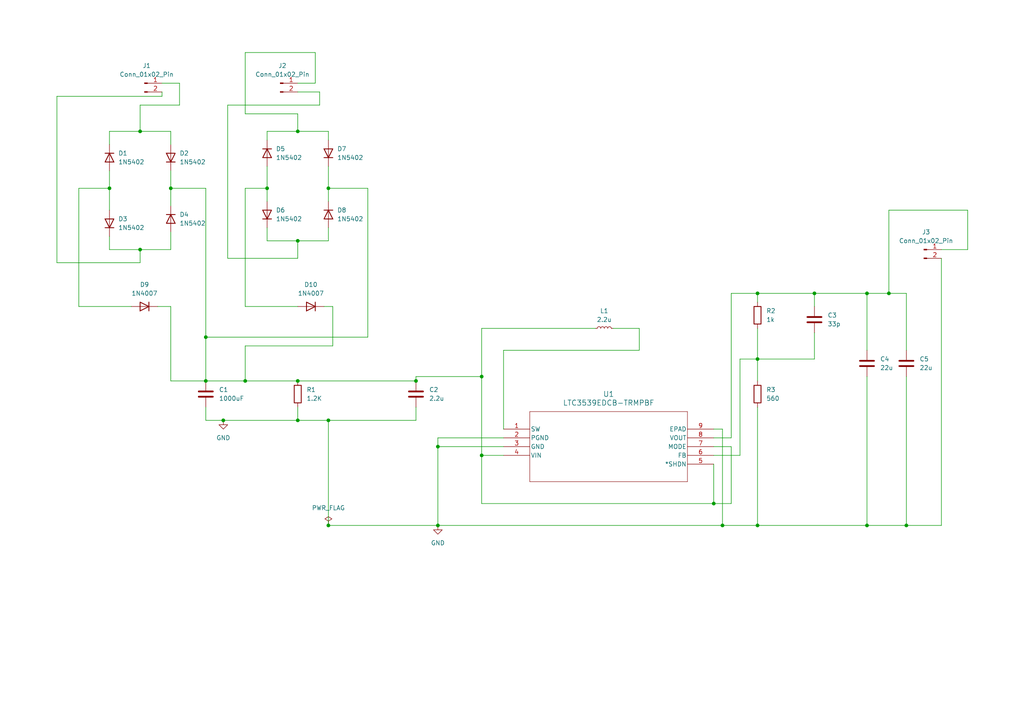
<source format=kicad_sch>
(kicad_sch (version 20231120) (generator "eeschema") (generator_version "8.0")
  (paper "A4")
  (lib_symbols
    (symbol "2024-12-25_02-15-29:LTC3539EDCB-TRMPBF" (pin_names (offset 0.254))
      (property "Reference" "U" (at 30.48 10.16 0))
      (property "Value" "LTC3539EDCB-TRMPBF" (at 30.48 7.62 0))
      (symbol "LTC3539EDCB-TRMPBF_0_1"
        (polyline (pts (xy 7.62 -15.24) (xy 53.34 -15.24)) (stroke (width 0.127)))
        (polyline (pts (xy 7.62 5.08) (xy 7.62 -15.24)) (stroke (width 0.127)))
        (polyline (pts (xy 53.34 -15.24) (xy 53.34 5.08)) (stroke (width 0.127)))
        (polyline (pts (xy 53.34 5.08) (xy 7.62 5.08)) (stroke (width 0.127)))
        (pin unspecified line (at 0 0 0) (length 7.62) (name "SW") (number "1"))
        (pin power_in line (at 0 -2.54 0) (length 7.62) (name "PGND") (number "2"))
        (pin power_in line (at 0 -5.08 0) (length 7.62) (name "GND") (number "3"))
        (pin input line (at 0 -7.62 0) (length 7.62) (name "VIN") (number "4"))
        (pin input line (at 60.96 -10.16 180) (length 7.62) (name "*SHDN") (number "5"))
        (pin input line (at 60.96 -7.62 180) (length 7.62) (name "FB") (number "6"))
        (pin input line (at 60.96 -5.08 180) (length 7.62) (name "MODE") (number "7"))
        (pin output line (at 60.96 -2.54 180) (length 7.62) (name "VOUT") (number "8"))
        (pin unspecified line (at 60.96 0 180) (length 7.62) (name "EPAD") (number "9"))
      )
    )
    (symbol "Connector:Conn_01x02_Pin" (pin_names (offset 1.016) hide)
      (property "Reference" "J" (at 0 2.54 0))
      (property "Value" "Conn_01x02_Pin" (at 0 -5.08 0))
      (symbol "Conn_01x02_Pin_1_1"
        (polyline (pts (xy 1.27 -2.54) (xy 0.8636 -2.54)) (stroke (width 0.1524)))
        (polyline (pts (xy 1.27 0) (xy 0.8636 0)) (stroke (width 0.1524)))
        (rectangle (start 0.8636 -2.413) (end 0 -2.667) (stroke (width 0.1524)) (fill (type outline)))
        (rectangle (start 0.8636 0.127) (end 0 -0.127) (stroke (width 0.1524)) (fill (type outline)))
        (pin passive line (at 5.08 0 180) (length 3.81) (name "Pin_1") (number "1"))
        (pin passive line (at 5.08 -2.54 180) (length 3.81) (name "Pin_2") (number "2"))
      )
    )
    (symbol "Device:C" (pin_numbers hide) (pin_names (offset 0.254))
      (property "Reference" "C" (at 0.635 2.54 0))
      (property "Value" "C" (at 0.635 -2.54 0))
      (symbol "C_0_1"
        (polyline (pts (xy -2.032 -0.762) (xy 2.032 -0.762)) (stroke (width 0.508)))
        (polyline (pts (xy -2.032 0.762) (xy 2.032 0.762)) (stroke (width 0.508)))
      )
      (symbol "C_1_1"
        (pin passive line (at 0 3.81 270) (length 2.794) (name "~") (number "1"))
        (pin passive line (at 0 -3.81 90) (length 2.794) (name "~") (number "2"))
      )
    )
    (symbol "Device:L_Small" (pin_numbers hide) (pin_names (offset 0.254) hide)
      (property "Reference" "L" (at 0.762 1.016 0))
      (property "Value" "L_Small" (at 0.762 -1.016 0))
      (symbol "L_Small_0_1"
        (arc (start 0 -2.032) (mid 0.5058 -1.524) (end 0 -1.016))
        (arc (start 0 -1.016) (mid 0.5058 -0.508) (end 0 0))
        (arc (start 0 0) (mid 0.5058 0.508) (end 0 1.016))
        (arc (start 0 1.016) (mid 0.5058 1.524) (end 0 2.032))
      )
      (symbol "L_Small_1_1"
        (pin passive line (at 0 2.54 270) (length 0.508) (name "~") (number "1"))
        (pin passive line (at 0 -2.54 90) (length 0.508) (name "~") (number "2"))
      )
    )
    (symbol "Device:R" (pin_numbers hide) (pin_names (offset 0))
      (property "Reference" "R" (at 2.032 0 90))
      (property "Value" "R" (at 0 0 90))
      (symbol "R_0_1"
        (rectangle (start -1.016 -2.54) (end 1.016 2.54) (stroke (width 0.254)))
      )
      (symbol "R_1_1"
        (pin passive line (at 0 3.81 270) (length 1.27) (name "~") (number "1"))
        (pin passive line (at 0 -3.81 90) (length 1.27) (name "~") (number "2"))
      )
    )
    (symbol "Diode:1N4007" (pin_numbers hide) (pin_names hide)
      (property "Reference" "D" (at 0 2.54 0))
      (property "Value" "1N4007" (at 0 -2.54 0))
      (symbol "1N4007_0_1"
        (polyline (pts (xy -1.27 1.27) (xy -1.27 -1.27)) (stroke (width 0.254)))
        (polyline (pts (xy 1.27 0) (xy -1.27 0)))
        (polyline (pts (xy 1.27 1.27) (xy 1.27 -1.27) (xy -1.27 0) (xy 1.27 1.27)) (stroke (width 0.254)))
      )
      (symbol "1N4007_1_1"
        (pin passive line (at -3.81 0 0) (length 2.54) (name "K") (number "1"))
        (pin passive line (at 3.81 0 180) (length 2.54) (name "A") (number "2"))
      )
    )
    (symbol "Diode:1N5402" (pin_numbers hide) (pin_names hide)
      (property "Reference" "D" (at 0 2.54 0))
      (property "Value" "1N5402" (at 0 -2.54 0))
      (symbol "1N5402_0_1"
        (polyline (pts (xy -1.27 1.27) (xy -1.27 -1.27)) (stroke (width 0.254)))
        (polyline (pts (xy 1.27 0) (xy -1.27 0)))
        (polyline (pts (xy 1.27 1.27) (xy 1.27 -1.27) (xy -1.27 0) (xy 1.27 1.27)) (stroke (width 0.254)))
      )
      (symbol "1N5402_1_1"
        (pin passive line (at -3.81 0 0) (length 2.54) (name "K") (number "1"))
        (pin passive line (at 3.81 0 180) (length 2.54) (name "A") (number "2"))
      )
    )
    (symbol "power:GND" (power) (pin_numbers hide) (pin_names (offset 0) hide)
      (property "Value" "GND" (at 0 -3.81 0))
      (symbol "GND_0_1"
        (polyline (pts (xy 0 0) (xy 0 -1.27) (xy 1.27 -1.27) (xy 0 -2.54) (xy -1.27 -1.27) (xy 0 -1.27)))
      )
      (symbol "GND_1_1"
        (pin power_in line (at 0 0 270) (length 0) (name "~") (number "1"))
      )
    )
    (symbol "power:PWR_FLAG" (power) (pin_numbers hide) (pin_names (offset 0) hide)
      (property "Value" "PWR_FLAG" (at 0 3.81 0))
      (symbol "PWR_FLAG_0_0"
        (pin power_out line (at 0 0 90) (length 0) (name "~") (number "1"))
      )
      (symbol "PWR_FLAG_0_1"
        (polyline (pts (xy 0 0) (xy 0 1.27) (xy -1.016 1.905) (xy 0 2.54) (xy 1.016 1.905) (xy 0 1.27)))
      )
    )
  )
  (junction (at 219.71 104.14))
  (junction (at 95.25 54.61))
  (junction (at 95.25 152.4))
  (junction (at 120.65 110.49))
  (junction (at 71.12 110.49))
  (junction (at 139.7 109.22))
  (junction (at 139.7 132.08))
  (junction (at 251.46 85.09))
  (junction (at 86.36 110.49))
  (junction (at 127 152.4))
  (junction (at 251.46 152.4))
  (junction (at 59.69 110.49))
  (junction (at 95.25 121.92))
  (junction (at 236.22 85.09))
  (junction (at 31.75 54.61))
  (junction (at 64.77 121.92))
  (junction (at 127 129.54))
  (junction (at 77.47 54.61))
  (junction (at 49.53 54.61))
  (junction (at 257.81 85.09))
  (junction (at 209.55 152.4))
  (junction (at 40.64 72.39))
  (junction (at 40.64 38.1))
  (junction (at 207.01 146.05))
  (junction (at 59.69 97.79))
  (junction (at 86.36 121.92))
  (junction (at 219.71 85.09))
  (junction (at 86.36 38.1))
  (junction (at 219.71 152.4))
  (junction (at 86.36 69.85))
  (junction (at 262.89 152.4))
  (wire (pts (xy 40.64 30.48) (xy 40.64 38.1)))
  (wire (pts (xy 93.98 88.9) (xy 96.52 88.9)))
  (wire (pts (xy 77.47 66.04) (xy 77.47 69.85)))
  (wire (pts (xy 31.75 68.58) (xy 31.75 72.39)))
  (wire (pts (xy 64.77 121.92) (xy 59.69 121.92)))
  (wire (pts (xy 71.12 100.33) (xy 71.12 110.49)))
  (wire (pts (xy 77.47 48.26) (xy 77.47 54.61)))
  (wire (pts (xy 71.12 54.61) (xy 71.12 88.9)))
  (wire (pts (xy 91.44 24.13) (xy 86.36 24.13)))
  (wire (pts (xy 64.77 121.92) (xy 86.36 121.92)))
  (wire (pts (xy 251.46 101.6) (xy 251.46 85.09)))
  (wire (pts (xy 59.69 110.49) (xy 71.12 110.49)))
  (wire (pts (xy 219.71 104.14) (xy 219.71 110.49)))
  (wire (pts (xy 59.69 97.79) (xy 59.69 110.49)))
  (wire (pts (xy 207.01 129.54) (xy 212.09 129.54)))
  (wire (pts (xy 209.55 152.4) (xy 219.71 152.4)))
  (wire (pts (xy 66.04 30.48) (xy 92.71 30.48)))
  (wire (pts (xy 251.46 109.22) (xy 251.46 152.4)))
  (wire (pts (xy 22.86 54.61) (xy 22.86 88.9)))
  (wire (pts (xy 77.47 40.64) (xy 77.47 38.1)))
  (wire (pts (xy 40.64 38.1) (xy 49.53 38.1)))
  (wire (pts (xy 95.25 54.61) (xy 106.68 54.61)))
  (wire (pts (xy 212.09 85.09) (xy 219.71 85.09)))
  (wire (pts (xy 251.46 85.09) (xy 236.22 85.09)))
  (wire (pts (xy 46.99 24.13) (xy 52.07 24.13)))
  (wire (pts (xy 77.47 54.61) (xy 71.12 54.61)))
  (wire (pts (xy 219.71 85.09) (xy 236.22 85.09)))
  (wire (pts (xy 251.46 85.09) (xy 257.81 85.09)))
  (wire (pts (xy 146.05 132.08) (xy 139.7 132.08)))
  (wire (pts (xy 219.71 118.11) (xy 219.71 152.4)))
  (wire (pts (xy 177.8 95.25) (xy 185.42 95.25)))
  (wire (pts (xy 120.65 118.11) (xy 120.65 121.92)))
  (wire (pts (xy 86.36 118.11) (xy 86.36 121.92)))
  (wire (pts (xy 251.46 152.4) (xy 262.89 152.4)))
  (wire (pts (xy 16.51 27.94) (xy 16.51 76.2)))
  (wire (pts (xy 96.52 88.9) (xy 96.52 100.33)))
  (wire (pts (xy 219.71 95.25) (xy 219.71 104.14)))
  (wire (pts (xy 52.07 30.48) (xy 40.64 30.48)))
  (wire (pts (xy 86.36 69.85) (xy 86.36 74.93)))
  (wire (pts (xy 280.67 60.96) (xy 280.67 72.39)))
  (wire (pts (xy 219.71 152.4) (xy 251.46 152.4)))
  (wire (pts (xy 95.25 66.04) (xy 95.25 69.85)))
  (wire (pts (xy 77.47 38.1) (xy 86.36 38.1)))
  (wire (pts (xy 106.68 97.79) (xy 59.69 97.79)))
  (wire (pts (xy 146.05 127) (xy 127 127)))
  (wire (pts (xy 207.01 132.08) (xy 214.63 132.08)))
  (wire (pts (xy 212.09 129.54) (xy 212.09 146.05)))
  (wire (pts (xy 59.69 118.11) (xy 59.69 121.92)))
  (wire (pts (xy 95.25 69.85) (xy 86.36 69.85)))
  (wire (pts (xy 219.71 85.09) (xy 219.71 87.63)))
  (wire (pts (xy 207.01 127) (xy 212.09 127)))
  (wire (pts (xy 59.69 54.61) (xy 59.69 97.79)))
  (wire (pts (xy 71.12 88.9) (xy 86.36 88.9)))
  (wire (pts (xy 71.12 33.02) (xy 86.36 33.02)))
  (wire (pts (xy 66.04 30.48) (xy 66.04 74.93)))
  (wire (pts (xy 262.89 101.6) (xy 262.89 85.09)))
  (wire (pts (xy 120.65 109.22) (xy 120.65 110.49)))
  (wire (pts (xy 96.52 100.33) (xy 71.12 100.33)))
  (wire (pts (xy 257.81 85.09) (xy 262.89 85.09)))
  (wire (pts (xy 95.25 152.4) (xy 127 152.4)))
  (wire (pts (xy 71.12 15.24) (xy 91.44 15.24)))
  (wire (pts (xy 66.04 74.93) (xy 86.36 74.93)))
  (wire (pts (xy 31.75 72.39) (xy 40.64 72.39)))
  (wire (pts (xy 86.36 110.49) (xy 120.65 110.49)))
  (wire (pts (xy 40.64 72.39) (xy 49.53 72.39)))
  (wire (pts (xy 262.89 109.22) (xy 262.89 152.4)))
  (wire (pts (xy 212.09 127) (xy 212.09 85.09)))
  (wire (pts (xy 46.99 26.67) (xy 46.99 27.94)))
  (wire (pts (xy 95.25 121.92) (xy 120.65 121.92)))
  (wire (pts (xy 71.12 15.24) (xy 71.12 33.02)))
  (wire (pts (xy 95.25 38.1) (xy 95.25 40.64)))
  (wire (pts (xy 106.68 54.61) (xy 106.68 97.79)))
  (wire (pts (xy 31.75 41.91) (xy 31.75 38.1)))
  (wire (pts (xy 207.01 146.05) (xy 212.09 146.05)))
  (wire (pts (xy 49.53 54.61) (xy 59.69 54.61)))
  (wire (pts (xy 95.25 54.61) (xy 95.25 58.42)))
  (wire (pts (xy 127 127) (xy 127 129.54)))
  (wire (pts (xy 262.89 152.4) (xy 273.05 152.4)))
  (wire (pts (xy 86.36 121.92) (xy 95.25 121.92)))
  (wire (pts (xy 31.75 38.1) (xy 40.64 38.1)))
  (wire (pts (xy 95.25 121.92) (xy 95.25 152.4)))
  (wire (pts (xy 31.75 54.61) (xy 22.86 54.61)))
  (wire (pts (xy 139.7 132.08) (xy 139.7 109.22)))
  (wire (pts (xy 207.01 124.46) (xy 209.55 124.46)))
  (wire (pts (xy 45.72 88.9) (xy 49.53 88.9)))
  (wire (pts (xy 49.53 49.53) (xy 49.53 54.61)))
  (wire (pts (xy 127 129.54) (xy 127 152.4)))
  (wire (pts (xy 52.07 24.13) (xy 52.07 30.48)))
  (wire (pts (xy 22.86 88.9) (xy 38.1 88.9)))
  (wire (pts (xy 207.01 146.05) (xy 139.7 146.05)))
  (wire (pts (xy 86.36 33.02) (xy 86.36 38.1)))
  (wire (pts (xy 49.53 54.61) (xy 49.53 59.69)))
  (wire (pts (xy 214.63 104.14) (xy 219.71 104.14)))
  (wire (pts (xy 95.25 48.26) (xy 95.25 54.61)))
  (wire (pts (xy 86.36 38.1) (xy 95.25 38.1)))
  (wire (pts (xy 273.05 72.39) (xy 280.67 72.39)))
  (wire (pts (xy 86.36 69.85) (xy 77.47 69.85)))
  (wire (pts (xy 16.51 27.94) (xy 46.99 27.94)))
  (wire (pts (xy 40.64 76.2) (xy 40.64 72.39)))
  (wire (pts (xy 219.71 104.14) (xy 236.22 104.14)))
  (wire (pts (xy 139.7 109.22) (xy 139.7 95.25)))
  (wire (pts (xy 146.05 101.6) (xy 146.05 124.46)))
  (wire (pts (xy 257.81 60.96) (xy 257.81 85.09)))
  (wire (pts (xy 86.36 26.67) (xy 92.71 26.67)))
  (wire (pts (xy 49.53 88.9) (xy 49.53 110.49)))
  (wire (pts (xy 236.22 96.52) (xy 236.22 104.14)))
  (wire (pts (xy 49.53 110.49) (xy 59.69 110.49)))
  (wire (pts (xy 139.7 132.08) (xy 139.7 146.05)))
  (wire (pts (xy 77.47 54.61) (xy 77.47 58.42)))
  (wire (pts (xy 49.53 72.39) (xy 49.53 67.31)))
  (wire (pts (xy 127 129.54) (xy 146.05 129.54)))
  (wire (pts (xy 236.22 88.9) (xy 236.22 85.09)))
  (wire (pts (xy 92.71 26.67) (xy 92.71 30.48)))
  (wire (pts (xy 209.55 124.46) (xy 209.55 152.4)))
  (wire (pts (xy 139.7 95.25) (xy 172.72 95.25)))
  (wire (pts (xy 31.75 49.53) (xy 31.75 54.61)))
  (wire (pts (xy 214.63 132.08) (xy 214.63 104.14)))
  (wire (pts (xy 257.81 60.96) (xy 280.67 60.96)))
  (wire (pts (xy 185.42 101.6) (xy 146.05 101.6)))
  (wire (pts (xy 31.75 54.61) (xy 31.75 60.96)))
  (wire (pts (xy 207.01 134.62) (xy 207.01 146.05)))
  (wire (pts (xy 120.65 109.22) (xy 139.7 109.22)))
  (wire (pts (xy 127 152.4) (xy 209.55 152.4)))
  (wire (pts (xy 49.53 38.1) (xy 49.53 41.91)))
  (wire (pts (xy 185.42 95.25) (xy 185.42 101.6)))
  (wire (pts (xy 91.44 15.24) (xy 91.44 24.13)))
  (wire (pts (xy 273.05 74.93) (xy 273.05 152.4)))
  (wire (pts (xy 16.51 76.2) (xy 40.64 76.2)))
  (wire (pts (xy 71.12 110.49) (xy 86.36 110.49)))
  (symbol (lib_id "Diode:1N5402") (at 49.53 45.72 90) (unit 1)
    (property "Reference" "D2" (at 52.07 44.4499 90) (effects (justify right)))
    (property "Value" "1N5402" (at 52.07 46.9899 90) (effects (justify right)))
    (property "Footprint" "Diode_THT:D_DO-34_SOD68_P7.62mm_Horizontal" (effects (hide yes)))
    (property "Datasheet" "http://www.vishay.com/docs/88516/1n5400.pdf" (effects (hide yes)))
    (property "Description" "200V 3A General Purpose Rectifier Diode, DO-201AD" (effects (hide yes)))
    (property "Sim.Device" "D" (effects (hide yes)))
    (property "Sim.Pins" "1=K 2=A" (effects (hide yes)))
  )
  (symbol (lib_id "Diode:1N5402") (at 49.53 63.5 270) (unit 1)
    (property "Reference" "D4" (at 52.07 62.2299 90) (effects (justify left)))
    (property "Value" "1N5402" (at 52.07 64.7699 90) (effects (justify left)))
    (property "Footprint" "Diode_THT:D_DO-34_SOD68_P7.62mm_Horizontal" (effects (hide yes)))
    (property "Datasheet" "http://www.vishay.com/docs/88516/1n5400.pdf" (effects (hide yes)))
    (property "Description" "200V 3A General Purpose Rectifier Diode, DO-201AD" (effects (hide yes)))
    (property "Sim.Device" "D" (effects (hide yes)))
    (property "Sim.Pins" "1=K 2=A" (effects (hide yes)))
  )
  (symbol (lib_id "power:GND") (at 127 152.4 0) (unit 1)
    (property "Reference" "#PWR01" (effects (hide yes)))
    (property "Value" "GND" (at 127 157.48 0))
    (property "Description" "Power symbol creates a global label with name \"GND\" , ground" (effects (hide yes)))
  )
  (symbol (lib_id "Device:C") (at 120.65 114.3 180) (unit 1)
    (property "Reference" "C2" (at 124.46 113.0299 0) (effects (justify right)))
    (property "Value" "2.2u" (at 124.46 115.5699 0) (effects (justify right)))
    (property "Footprint" "Capacitor_THT:CP_Radial_D6.3mm_P2.50mm" (effects (hide yes)))
    (property "Description" "Unpolarized capacitor" (effects (hide yes)))
  )
  (symbol (lib_id "Connector:Conn_01x02_Pin") (at 41.91 24.13 0) (unit 1)
    (property "Reference" "J1" (at 42.545 19.05 0))
    (property "Value" "Conn_01x02_Pin" (at 42.545 21.59 0))
    (property "Footprint" "TerminalBlock_TE-Connectivity:TerminalBlock_TE_282834-2_1x02_P2.54mm_Horizontal" (effects (hide yes)))
    (property "Description" "Generic connector, single row, 01x02, script generated" (effects (hide yes)))
  )
  (symbol (lib_id "Device:C") (at 236.22 92.71 180) (unit 1)
    (property "Reference" "C3" (at 240.03 91.4399 0) (effects (justify right)))
    (property "Value" "33p" (at 240.03 93.9799 0) (effects (justify right)))
    (property "Footprint" "Capacitor_THT:CP_Radial_D6.3mm_P2.50mm" (effects (hide yes)))
    (property "Description" "Unpolarized capacitor" (effects (hide yes)))
  )
  (symbol (lib_id "Diode:1N5402") (at 95.25 44.45 90) (unit 1)
    (property "Reference" "D7" (at 97.79 43.1799 90) (effects (justify right)))
    (property "Value" "1N5402" (at 97.79 45.7199 90) (effects (justify right)))
    (property "Footprint" "Diode_THT:D_DO-34_SOD68_P7.62mm_Horizontal" (effects (hide yes)))
    (property "Datasheet" "http://www.vishay.com/docs/88516/1n5400.pdf" (effects (hide yes)))
    (property "Description" "200V 3A General Purpose Rectifier Diode, DO-201AD" (effects (hide yes)))
    (property "Sim.Device" "D" (effects (hide yes)))
    (property "Sim.Pins" "1=K 2=A" (effects (hide yes)))
  )
  (symbol (lib_id "power:PWR_FLAG") (at 95.25 152.4 0) (unit 1)
    (property "Reference" "#FLG01" (effects (hide yes)))
    (property "Value" "PWR_FLAG" (at 95.25 147.32 0))
    (property "Description" "Special symbol for telling ERC where power comes from" (effects (hide yes)))
  )
  (symbol (lib_id "Diode:1N5402") (at 77.47 44.45 270) (unit 1)
    (property "Reference" "D5" (at 80.01 43.1799 90) (effects (justify left)))
    (property "Value" "1N5402" (at 80.01 45.7199 90) (effects (justify left)))
    (property "Footprint" "Diode_THT:D_DO-34_SOD68_P7.62mm_Horizontal" (effects (hide yes)))
    (property "Datasheet" "http://www.vishay.com/docs/88516/1n5400.pdf" (effects (hide yes)))
    (property "Description" "200V 3A General Purpose Rectifier Diode, DO-201AD" (effects (hide yes)))
    (property "Sim.Device" "D" (effects (hide yes)))
    (property "Sim.Pins" "1=K 2=A" (effects (hide yes)))
  )
  (symbol (lib_id "Diode:1N4007") (at 41.91 88.9 180) (unit 1)
    (property "Reference" "D9" (at 41.91 82.55 0))
    (property "Value" "1N4007" (at 41.91 85.09 0))
    (property "Footprint" "Diode_THT:D_DO-34_SOD68_P7.62mm_Horizontal" (effects (hide yes)))
    (property "Datasheet" "http://www.vishay.com/docs/88503/1n4001.pdf" (effects (hide yes)))
    (property "Description" "1000V 1A General Purpose Rectifier Diode, DO-41" (effects (hide yes)))
    (property "Sim.Device" "D" (effects (hide yes)))
    (property "Sim.Pins" "1=K 2=A" (effects (hide yes)))
  )
  (symbol (lib_id "Diode:1N5402") (at 31.75 45.72 270) (unit 1)
    (property "Reference" "D1" (at 34.29 44.4499 90) (effects (justify left)))
    (property "Value" "1N5402" (at 34.29 46.9899 90) (effects (justify left)))
    (property "Footprint" "Diode_THT:D_DO-34_SOD68_P7.62mm_Horizontal" (effects (hide yes)))
    (property "Datasheet" "http://www.vishay.com/docs/88516/1n5400.pdf" (effects (hide yes)))
    (property "Description" "200V 3A General Purpose Rectifier Diode, DO-201AD" (effects (hide yes)))
    (property "Sim.Device" "D" (effects (hide yes)))
    (property "Sim.Pins" "1=K 2=A" (effects (hide yes)))
  )
  (symbol (lib_id "Device:R") (at 86.36 114.3 0) (unit 1)
    (property "Reference" "R1" (at 88.9 113.0299 0) (effects (justify left)))
    (property "Value" "1.2K" (at 88.9 115.5699 0) (effects (justify left)))
    (property "Footprint" "Resistor_THT:R_Axial_DIN0204_L3.6mm_D1.6mm_P5.08mm_Horizontal" (effects (hide yes)))
    (property "Description" "Resistor" (effects (hide yes)))
  )
  (symbol (lib_id "Device:C") (at 59.69 114.3 180) (unit 1)
    (property "Reference" "C1" (at 63.5 113.0299 0) (effects (justify right)))
    (property "Value" "1000uF" (at 63.5 115.5699 0) (effects (justify right)))
    (property "Footprint" "Capacitor_THT:CP_Radial_D6.3mm_P2.50mm" (effects (hide yes)))
    (property "Description" "Unpolarized capacitor" (effects (hide yes)))
  )
  (symbol (lib_id "Diode:1N5402") (at 77.47 62.23 90) (unit 1)
    (property "Reference" "D6" (at 80.01 60.9599 90) (effects (justify right)))
    (property "Value" "1N5402" (at 80.01 63.4999 90) (effects (justify right)))
    (property "Footprint" "Diode_THT:D_DO-34_SOD68_P7.62mm_Horizontal" (effects (hide yes)))
    (property "Datasheet" "http://www.vishay.com/docs/88516/1n5400.pdf" (effects (hide yes)))
    (property "Description" "200V 3A General Purpose Rectifier Diode, DO-201AD" (effects (hide yes)))
    (property "Sim.Device" "D" (effects (hide yes)))
    (property "Sim.Pins" "1=K 2=A" (effects (hide yes)))
  )
  (symbol (lib_id "Device:C") (at 251.46 105.41 180) (unit 1)
    (property "Reference" "C4" (at 255.27 104.1399 0) (effects (justify right)))
    (property "Value" "22u" (at 255.27 106.6799 0) (effects (justify right)))
    (property "Footprint" "Capacitor_THT:CP_Radial_D6.3mm_P2.50mm" (effects (hide yes)))
    (property "Description" "Unpolarized capacitor" (effects (hide yes)))
  )
  (symbol (lib_id "Connector:Conn_01x02_Pin") (at 267.97 72.39 0) (unit 1)
    (property "Reference" "J3" (at 268.605 67.31 0))
    (property "Value" "Conn_01x02_Pin" (at 268.605 69.85 0))
    (property "Footprint" "TerminalBlock_TE-Connectivity:TerminalBlock_TE_282834-2_1x02_P2.54mm_Horizontal" (effects (hide yes)))
    (property "Description" "Generic connector, single row, 01x02, script generated" (effects (hide yes)))
  )
  (symbol (lib_id "Diode:1N4007") (at 90.17 88.9 180) (unit 1)
    (property "Reference" "D10" (at 90.17 82.55 0))
    (property "Value" "1N4007" (at 90.17 85.09 0))
    (property "Footprint" "Diode_THT:D_DO-34_SOD68_P7.62mm_Horizontal" (effects (hide yes)))
    (property "Datasheet" "http://www.vishay.com/docs/88503/1n4001.pdf" (effects (hide yes)))
    (property "Description" "1000V 1A General Purpose Rectifier Diode, DO-41" (effects (hide yes)))
    (property "Sim.Device" "D" (effects (hide yes)))
    (property "Sim.Pins" "1=K 2=A" (effects (hide yes)))
  )
  (symbol (lib_id "Device:L_Small") (at 175.26 95.25 90) (unit 1)
    (property "Reference" "L1" (at 175.26 90.17 90))
    (property "Value" "2.2u" (at 175.26 92.71 90))
    (property "Footprint" "Inductor_THT:L_Radial_D6.0mm_P4.00mm" (effects (hide yes)))
    (property "Description" "Inductor, small symbol" (effects (hide yes)))
  )
  (symbol (lib_id "2024-12-25_02-15-29:LTC3539EDCB-TRMPBF") (at 146.05 124.46 0) (unit 1)
    (property "Reference" "U1" (at 176.53 114.3 0) (effects (font (size 1.524 1.524))))
    (property "Value" "LTC3539EDCB-TRMPBF" (at 176.53 116.84 0) (effects (font (size 1.524 1.524))))
    (property "Footprint" "footprints:DFN-8_DCB_LIT-L" (effects (hide yes)))
    (property "Datasheet" "LTC3539EDCB-TRMPBF" (effects (hide yes)))
  )
  (symbol (lib_id "Diode:1N5402") (at 95.25 62.23 270) (unit 1)
    (property "Reference" "D8" (at 97.79 60.9599 90) (effects (justify left)))
    (property "Value" "1N5402" (at 97.79 63.4999 90) (effects (justify left)))
    (property "Footprint" "Diode_THT:D_DO-34_SOD68_P7.62mm_Horizontal" (effects (hide yes)))
    (property "Datasheet" "http://www.vishay.com/docs/88516/1n5400.pdf" (effects (hide yes)))
    (property "Description" "200V 3A General Purpose Rectifier Diode, DO-201AD" (effects (hide yes)))
    (property "Sim.Device" "D" (effects (hide yes)))
    (property "Sim.Pins" "1=K 2=A" (effects (hide yes)))
  )
  (symbol (lib_id "Connector:Conn_01x02_Pin") (at 81.28 24.13 0) (unit 1)
    (property "Reference" "J2" (at 81.915 19.05 0))
    (property "Value" "Conn_01x02_Pin" (at 81.915 21.59 0))
    (property "Footprint" "TerminalBlock_TE-Connectivity:TerminalBlock_TE_282834-2_1x02_P2.54mm_Horizontal" (effects (hide yes)))
    (property "Description" "Generic connector, single row, 01x02, script generated" (effects (hide yes)))
  )
  (symbol (lib_id "Device:R") (at 219.71 91.44 0) (unit 1)
    (property "Reference" "R2" (at 222.25 90.1699 0) (effects (justify left)))
    (property "Value" "1k" (at 222.25 92.7099 0) (effects (justify left)))
    (property "Footprint" "Resistor_THT:R_Axial_DIN0204_L3.6mm_D1.6mm_P5.08mm_Horizontal" (effects (hide yes)))
    (property "Description" "Resistor" (effects (hide yes)))
  )
  (symbol (lib_id "Device:R") (at 219.71 114.3 0) (unit 1)
    (property "Reference" "R3" (at 222.25 113.0299 0) (effects (justify left)))
    (property "Value" "560" (at 222.25 115.5699 0) (effects (justify left)))
    (property "Footprint" "Resistor_THT:R_Axial_DIN0204_L3.6mm_D1.6mm_P5.08mm_Horizontal" (effects (hide yes)))
    (property "Description" "Resistor" (effects (hide yes)))
  )
  (symbol (lib_id "Device:C") (at 262.89 105.41 180) (unit 1)
    (property "Reference" "C5" (at 266.7 104.1399 0) (effects (justify right)))
    (property "Value" "22u" (at 266.7 106.6799 0) (effects (justify right)))
    (property "Footprint" "Capacitor_THT:CP_Radial_D6.3mm_P2.50mm" (effects (hide yes)))
    (property "Description" "Unpolarized capacitor" (effects (hide yes)))
  )
  (symbol (lib_id "Diode:1N5402") (at 31.75 64.77 90) (unit 1)
    (property "Reference" "D3" (at 34.29 63.4999 90) (effects (justify right)))
    (property "Value" "1N5402" (at 34.29 66.0399 90) (effects (justify right)))
    (property "Footprint" "Diode_THT:D_DO-34_SOD68_P7.62mm_Horizontal" (effects (hide yes)))
    (property "Datasheet" "http://www.vishay.com/docs/88516/1n5400.pdf" (effects (hide yes)))
    (property "Description" "200V 3A General Purpose Rectifier Diode, DO-201AD" (effects (hide yes)))
    (property "Sim.Device" "D" (effects (hide yes)))
    (property "Sim.Pins" "1=K 2=A" (effects (hide yes)))
  )
  (symbol (lib_id "power:GND") (at 64.77 121.92 0) (unit 1)
    (property "Reference" "#PWR02" (effects (hide yes)))
    (property "Value" "GND" (at 64.77 127 0))
    (property "Description" "Power symbol creates a global label with name \"GND\" , ground" (effects (hide yes)))
  )
)
</source>
